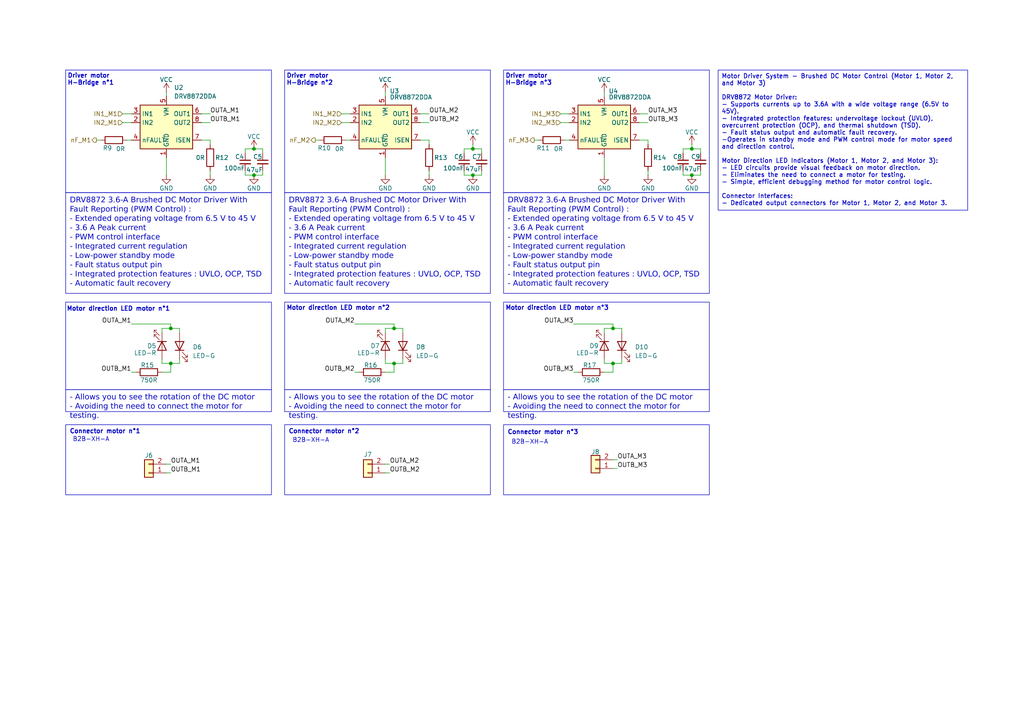
<source format=kicad_sch>
(kicad_sch (version 20231120) (generator "eeschema") (generator_version "8.0")
  (paper "A4")
  (title_block (title "BR-MOTOR : MOTOR Sheet") (date "2025-02-23") (rev "V°1") (company "MASTODONTE") (comment 1 "Paul Miailhe"))
  (lib_symbols
    (symbol "Connector_Generic:Conn_01x02" (pin_names (offset 1.016) hide)
      (property "Reference" "J" (at 0 2.54 0))
      (property "Value" "Conn_01x02" (at 0 -5.08 0))
      (symbol "Conn_01x02_1_1"
        (rectangle (start -1.27 -2.413) (end 0 -2.667) (stroke (width 0.1524)))
        (rectangle (start -1.27 0.127) (end 0 -0.127) (stroke (width 0.1524)))
        (rectangle (start -1.27 1.27) (end 1.27 -3.81) (stroke (width 0.254)) (fill (type background)))
        (pin passive line (at -5.08 0 0) (length 3.81) (name "Pin_1") (number "1"))
        (pin passive line (at -5.08 -2.54 0) (length 3.81) (name "Pin_2") (number "2"))
      )
    )
    (symbol "Device:C_Small" (pin_numbers hide) (pin_names (offset 0.254) hide)
      (property "Reference" "C" (at 0.254 1.778 0))
      (property "Value" "C_Small" (at 0.254 -2.032 0))
      (symbol "C_Small_0_1"
        (polyline (pts (xy -1.524 -0.508) (xy 1.524 -0.508)) (stroke (width 0.3302)))
        (polyline (pts (xy -1.524 0.508) (xy 1.524 0.508)) (stroke (width 0.3048)))
      )
      (symbol "C_Small_1_1"
        (pin passive line (at 0 2.54 270) (length 2.032) (name "~") (number "1"))
        (pin passive line (at 0 -2.54 90) (length 2.032) (name "~") (number "2"))
      )
    )
    (symbol "Device:LED" (pin_numbers hide) (pin_names (offset 1.016) hide)
      (property "Reference" "D" (at 0 2.54 0))
      (property "Value" "LED" (at 0 -2.54 0))
      (symbol "LED_0_1"
        (polyline (pts (xy -1.27 -1.27) (xy -1.27 1.27)) (stroke (width 0.254)))
        (polyline (pts (xy -1.27 0) (xy 1.27 0)))
        (polyline (pts (xy 1.27 -1.27) (xy 1.27 1.27) (xy -1.27 0) (xy 1.27 -1.27)) (stroke (width 0.254)))
        (polyline (pts (xy -3.048 -0.762) (xy -4.572 -2.286) (xy -3.81 -2.286) (xy -4.572 -2.286) (xy -4.572 -1.524)))
        (polyline (pts (xy -1.778 -0.762) (xy -3.302 -2.286) (xy -2.54 -2.286) (xy -3.302 -2.286) (xy -3.302 -1.524)))
      )
      (symbol "LED_1_1"
        (pin passive line (at -3.81 0 0) (length 2.54) (name "K") (number "1"))
        (pin passive line (at 3.81 0 180) (length 2.54) (name "A") (number "2"))
      )
    )
    (symbol "Device:R" (pin_numbers hide) (pin_names (offset 0))
      (property "Reference" "R" (at 2.032 0 90))
      (property "Value" "R" (at 0 0 90))
      (symbol "R_0_1"
        (rectangle (start -1.016 -2.54) (end 1.016 2.54) (stroke (width 0.254)))
      )
      (symbol "R_1_1"
        (pin passive line (at 0 3.81 270) (length 1.27) (name "~") (number "1"))
        (pin passive line (at 0 -3.81 90) (length 1.27) (name "~") (number "2"))
      )
    )
    (symbol "Driver_Motor:DRV8872DDA"
      (property "Reference" "U" (at -6.35 6.35 0))
      (property "Value" "DRV8872DDA" (at 8.89 6.35 0))
      (symbol "DRV8872DDA_0_1"
        (rectangle (start -7.62 5.08) (end 7.62 -7.62) (stroke (width 0.254)) (fill (type background)))
      )
      (symbol "DRV8872DDA_1_1"
        (pin power_in line (at 0 -10.16 90) (length 2.54) (name "GND") (number "1"))
        (pin input line (at -10.16 0 0) (length 2.54) (name "IN2") (number "2"))
        (pin input line (at -10.16 2.54 0) (length 2.54) (name "IN1") (number "3"))
        (pin open_collector line (at -10.16 -5.08 0) (length 2.54) (name "nFAULT") (number "4"))
        (pin power_in line (at 0 7.62 270) (length 2.54) (name "VM") (number "5"))
        (pin output line (at 10.16 2.54 180) (length 2.54) (name "OUT1") (number "6"))
        (pin passive line (at 10.16 -5.08 180) (length 2.54) (name "ISEN") (number "7"))
        (pin output line (at 10.16 0 180) (length 2.54) (name "OUT2") (number "8"))
        (pin passive line (at 0 -10.16 90) (length 2.54) hide (name "GND") (number "9"))
      )
    )
    (symbol "power:GND" (power) (pin_numbers hide) (pin_names (offset 0) hide)
      (property "Value" "GND" (at 0 -3.81 0))
      (symbol "GND_0_1"
        (polyline (pts (xy 0 0) (xy 0 -1.27) (xy 1.27 -1.27) (xy 0 -2.54) (xy -1.27 -1.27) (xy 0 -1.27)))
      )
      (symbol "GND_1_1"
        (pin power_in line (at 0 0 270) (length 0) (name "~") (number "1"))
      )
    )
    (symbol "power:VCC" (power) (pin_numbers hide) (pin_names (offset 0) hide)
      (property "Value" "VCC" (at 0 3.556 0))
      (symbol "VCC_0_1"
        (polyline (pts (xy -0.762 1.27) (xy 0 2.54)))
        (polyline (pts (xy 0 0) (xy 0 2.54)))
        (polyline (pts (xy 0 2.54) (xy 0.762 1.27)))
      )
      (symbol "VCC_1_1"
        (pin power_in line (at 0 0 90) (length 0) (name "~") (number "1"))
      )
    )
  )
  (junction (at 200.66 43.18))
  (junction (at 177.8 105.41))
  (junction (at 137.16 43.18))
  (junction (at 137.16 50.8))
  (junction (at 73.66 43.18))
  (junction (at 177.8 95.25))
  (junction (at 114.3 105.41))
  (junction (at 73.66 50.8))
  (junction (at 200.66 50.8))
  (junction (at 49.53 105.41))
  (junction (at 49.53 95.25))
  (junction (at 114.3 95.25))
  (wire (pts (xy 175.26 96.52) (xy 175.26 95.25)))
  (wire (pts (xy 102.87 107.95) (xy 104.14 107.95)))
  (wire (pts (xy 46.99 96.52) (xy 46.99 95.25)))
  (wire (pts (xy 111.76 26.67) (xy 111.76 27.94)))
  (wire (pts (xy 49.53 95.25) (xy 52.07 95.25)))
  (wire (pts (xy 175.26 95.25) (xy 177.8 95.25)))
  (wire (pts (xy 163.83 40.64) (xy 165.1 40.64)))
  (wire (pts (xy 187.96 50.8) (xy 187.96 49.53)))
  (wire (pts (xy 166.37 107.95) (xy 167.64 107.95)))
  (wire (pts (xy 114.3 93.98) (xy 114.3 95.25)))
  (wire (pts (xy 71.12 43.18) (xy 73.66 43.18)))
  (wire (pts (xy 38.1 93.98) (xy 49.53 93.98)))
  (wire (pts (xy 200.66 43.18) (xy 203.2 43.18)))
  (wire (pts (xy 175.26 26.67) (xy 175.26 27.94)))
  (wire (pts (xy 121.92 35.56) (xy 124.46 35.56)))
  (wire (pts (xy 162.56 33.02) (xy 165.1 33.02)))
  (wire (pts (xy 100.33 40.64) (xy 101.6 40.64)))
  (wire (pts (xy 46.99 104.14) (xy 46.99 105.41)))
  (wire (pts (xy 111.76 137.16) (xy 113.03 137.16)))
  (wire (pts (xy 111.76 105.41) (xy 114.3 105.41)))
  (wire (pts (xy 137.16 41.91) (xy 137.16 43.18)))
  (wire (pts (xy 111.76 134.62) (xy 113.03 134.62)))
  (wire (pts (xy 187.96 41.91) (xy 187.96 40.64)))
  (wire (pts (xy 49.53 105.41) (xy 49.53 107.95)))
  (wire (pts (xy 111.76 50.8) (xy 111.76 45.72)))
  (wire (pts (xy 60.96 40.64) (xy 58.42 40.64)))
  (wire (pts (xy 203.2 43.18) (xy 203.2 44.45)))
  (wire (pts (xy 175.26 104.14) (xy 175.26 105.41)))
  (wire (pts (xy 46.99 107.95) (xy 49.53 107.95)))
  (wire (pts (xy 91.44 40.64) (xy 92.71 40.64)))
  (wire (pts (xy 198.12 49.53) (xy 198.12 50.8)))
  (wire (pts (xy 60.96 41.91) (xy 60.96 40.64)))
  (wire (pts (xy 177.8 95.25) (xy 180.34 95.25)))
  (wire (pts (xy 48.26 26.67) (xy 48.26 27.94)))
  (wire (pts (xy 185.42 33.02) (xy 187.96 33.02)))
  (wire (pts (xy 102.87 93.98) (xy 114.3 93.98)))
  (wire (pts (xy 71.12 49.53) (xy 71.12 50.8)))
  (wire (pts (xy 137.16 43.18) (xy 139.7 43.18)))
  (wire (pts (xy 124.46 41.91) (xy 124.46 40.64)))
  (wire (pts (xy 35.56 33.02) (xy 38.1 33.02)))
  (wire (pts (xy 38.1 107.95) (xy 39.37 107.95)))
  (wire (pts (xy 73.66 50.8) (xy 76.2 50.8)))
  (wire (pts (xy 76.2 49.53) (xy 76.2 50.8)))
  (wire (pts (xy 139.7 49.53) (xy 139.7 50.8)))
  (wire (pts (xy 187.96 40.64) (xy 185.42 40.64)))
  (wire (pts (xy 200.66 41.91) (xy 200.66 43.18)))
  (wire (pts (xy 139.7 43.18) (xy 139.7 44.45)))
  (wire (pts (xy 177.8 135.89) (xy 179.07 135.89)))
  (wire (pts (xy 134.62 44.45) (xy 134.62 43.18)))
  (wire (pts (xy 198.12 44.45) (xy 198.12 43.18)))
  (wire (pts (xy 73.66 43.18) (xy 76.2 43.18)))
  (wire (pts (xy 111.76 95.25) (xy 114.3 95.25)))
  (wire (pts (xy 49.53 105.41) (xy 52.07 105.41)))
  (wire (pts (xy 114.3 105.41) (xy 116.84 105.41)))
  (wire (pts (xy 52.07 95.25) (xy 52.07 96.52)))
  (wire (pts (xy 111.76 107.95) (xy 114.3 107.95)))
  (wire (pts (xy 48.26 134.62) (xy 49.53 134.62)))
  (wire (pts (xy 49.53 93.98) (xy 49.53 95.25)))
  (wire (pts (xy 124.46 40.64) (xy 121.92 40.64)))
  (wire (pts (xy 48.26 50.8) (xy 48.26 45.72)))
  (wire (pts (xy 137.16 50.8) (xy 139.7 50.8)))
  (wire (pts (xy 99.06 35.56) (xy 101.6 35.56)))
  (wire (pts (xy 175.26 107.95) (xy 177.8 107.95)))
  (wire (pts (xy 134.62 50.8) (xy 137.16 50.8)))
  (wire (pts (xy 116.84 104.14) (xy 116.84 105.41)))
  (wire (pts (xy 203.2 49.53) (xy 203.2 50.8)))
  (wire (pts (xy 76.2 43.18) (xy 76.2 44.45)))
  (wire (pts (xy 180.34 104.14) (xy 180.34 105.41)))
  (wire (pts (xy 134.62 49.53) (xy 134.62 50.8)))
  (wire (pts (xy 114.3 105.41) (xy 114.3 107.95)))
  (wire (pts (xy 166.37 93.98) (xy 177.8 93.98)))
  (wire (pts (xy 175.26 105.41) (xy 177.8 105.41)))
  (wire (pts (xy 71.12 50.8) (xy 73.66 50.8)))
  (wire (pts (xy 27.94 40.64) (xy 29.21 40.64)))
  (wire (pts (xy 111.76 96.52) (xy 111.76 95.25)))
  (wire (pts (xy 198.12 43.18) (xy 200.66 43.18)))
  (wire (pts (xy 111.76 104.14) (xy 111.76 105.41)))
  (wire (pts (xy 60.96 50.8) (xy 60.96 49.53)))
  (wire (pts (xy 48.26 137.16) (xy 49.53 137.16)))
  (wire (pts (xy 134.62 43.18) (xy 137.16 43.18)))
  (wire (pts (xy 46.99 105.41) (xy 49.53 105.41)))
  (wire (pts (xy 36.83 40.64) (xy 38.1 40.64)))
  (wire (pts (xy 185.42 35.56) (xy 187.96 35.56)))
  (wire (pts (xy 58.42 33.02) (xy 60.96 33.02)))
  (wire (pts (xy 114.3 95.25) (xy 116.84 95.25)))
  (wire (pts (xy 180.34 95.25) (xy 180.34 96.52)))
  (wire (pts (xy 198.12 50.8) (xy 200.66 50.8)))
  (wire (pts (xy 52.07 104.14) (xy 52.07 105.41)))
  (wire (pts (xy 177.8 133.35) (xy 179.07 133.35)))
  (wire (pts (xy 200.66 50.8) (xy 203.2 50.8)))
  (wire (pts (xy 99.06 33.02) (xy 101.6 33.02)))
  (wire (pts (xy 58.42 35.56) (xy 60.96 35.56)))
  (wire (pts (xy 124.46 50.8) (xy 124.46 49.53)))
  (wire (pts (xy 35.56 35.56) (xy 38.1 35.56)))
  (wire (pts (xy 154.94 40.64) (xy 156.21 40.64)))
  (wire (pts (xy 177.8 105.41) (xy 177.8 107.95)))
  (wire (pts (xy 46.99 95.25) (xy 49.53 95.25)))
  (wire (pts (xy 177.8 105.41) (xy 180.34 105.41)))
  (wire (pts (xy 162.56 35.56) (xy 165.1 35.56)))
  (wire (pts (xy 175.26 50.8) (xy 175.26 45.72)))
  (wire (pts (xy 71.12 44.45) (xy 71.12 43.18)))
  (wire (pts (xy 177.8 93.98) (xy 177.8 95.25)))
  (wire (pts (xy 121.92 33.02) (xy 124.46 33.02)))
  (wire (pts (xy 116.84 95.25) (xy 116.84 96.52)))
  (rectangle (start 82.55 123.19) (end 142.24 143.51))
  (rectangle (start 19.05 123.19) (end 78.74 143.51))
  (rectangle (start 19.05 20.32) (end 78.74 55.88))
  (rectangle (start 146.05 123.19) (end 205.74 143.51))
  (rectangle (start 146.05 20.32) (end 205.74 55.88))
  (rectangle (start 82.55 87.63) (end 142.24 113.03))
  (rectangle (start 146.05 87.63) (end 205.74 113.03))
  (rectangle (start 19.05 87.63) (end 78.74 113.03))
  (rectangle (start 82.55 20.32) (end 142.24 55.88))
  (text_box "Motor Driver System - Brushed DC Motor Control (Motor 1, Motor 2, and Motor 3)\n\nDRV8872 Motor Driver:\n- Supports currents up to 3.6A with a wide voltage range (6.5V to 45V).\n- Integrated protection features: undervoltage lockout (UVLO), overcurrent protection (OCP), and thermal shutdown (TSD).\n- Fault status output and automatic fault recovery.\n-Operates in standby mode and PWM control mode for motor speed and direction control.\n\nMotor Direction LED Indicators (Motor 1, Motor 2, and Motor 3):\n- LED circuits provide visual feedback on motor direction.\n- Eliminates the need to connect a motor for testing.\n- Simple, efficient debugging method for motor control logic.\n\nConnector Interfaces:\n- Dedicated output connectors for Motor 1, Motor 2, and Motor 3." (at 208.28 20.32 0) (size 72.39 40.64) (effects (font (size 1.27 1.27) (thickness 0.2)) (justify left top)))
  (text_box "- Allows you to see the rotation of the DC motor\n- Avoiding the need to connect the motor for testing. " (at 82.55 113.03 0) (size 59.69 6.35) (effects (font (size 1.6 1.6)) (justify left top)))
  (text_box "- Allows you to see the rotation of the DC motor\n- Avoiding the need to connect the motor for testing. " (at 146.05 113.03 0) (size 59.69 6.35) (effects (font (size 1.6 1.6)) (justify left top)))
  (text_box "- Allows you to see the rotation of the DC motor\n- Avoiding the need to connect the motor for testing. " (at 19.05 113.03 0) (size 59.69 6.35) (effects (font (size 1.6 1.6)) (justify left top)))
  (text_box "DRV8872 3.6-A Brushed DC Motor Driver With Fault Reporting (PWM Control) :\n- Extended operating voltage from 6.5 V to 45 V\n- 3.6 A Peak current\n- PWM control interface\n- Integrated current regulation\n- Low-power standby mode\n- Fault status output pin\n- Integrated protection features : UVLO, OCP, TSD\n- Automatic fault recovery" (at 82.55 55.88 0) (size 59.69 29.21) (effects (font (size 1.6 1.6)) (justify left top)))
  (text_box "DRV8872 3.6-A Brushed DC Motor Driver With Fault Reporting (PWM Control) :\n- Extended operating voltage from 6.5 V to 45 V\n- 3.6 A Peak current\n- PWM control interface\n- Integrated current regulation\n- Low-power standby mode\n- Fault status output pin\n- Integrated protection features : UVLO, OCP, TSD\n- Automatic fault recovery" (at 19.05 55.88 0) (size 59.69 29.21) (effects (font (size 1.6 1.6)) (justify left top)))
  (text_box "DRV8872 3.6-A Brushed DC Motor Driver With Fault Reporting (PWM Control) :\n- Extended operating voltage from 6.5 V to 45 V\n- 3.6 A Peak current\n- PWM control interface\n- Integrated current regulation\n- Low-power standby mode\n- Fault status output pin\n- Integrated protection features : UVLO, OCP, TSD\n- Automatic fault recovery" (at 146.05 55.88 0) (size 59.69 29.21) (effects (font (size 1.6 1.6)) (justify left top)))
  (text "Driver motor \nH-Bridge n°3\n" (at 146.558 24.892 0) (effects (font (size 1.27 1.27) (thickness 0.254) (bold yes)) (justify left bottom)))
  (text "Connector motor n°2\n" (at 93.98 125.222 0) (effects (font (size 1.27 1.27) (thickness 0.254) (bold yes))))
  (text "Driver motor \nH-Bridge n°1\n\n" (at 19.558 26.924 0) (effects (font (size 1.27 1.27) (thickness 0.254) (bold yes)) (justify left bottom)))
  (text "B2B-XH-A" (at 26.416 127.508 0) (effects (font (size 1.27 1.27))))
  (text "Connector motor n°3\n\n" (at 157.48 126.492 0) (effects (font (size 1.27 1.27) (thickness 0.254) (bold yes))))
  (text "B2B-XH-A" (at 153.67 128.27 0) (effects (font (size 1.27 1.27))))
  (text "Driver motor \nH-Bridge n°2\n" (at 83.058 24.892 0) (effects (font (size 1.27 1.27) (thickness 0.254) (bold yes)) (justify left bottom)))
  (text "B2B-XH-A" (at 90.17 127.762 0) (effects (font (size 1.27 1.27))))
  (text "Motor direction LED motor n°1\n" (at 19.304 90.424 0) (effects (font (size 1.27 1.27) (thickness 0.254) (bold yes)) (justify left bottom)))
  (text "Motor direction LED motor n°2\n" (at 83.058 90.17 0) (effects (font (size 1.27 1.27) (thickness 0.254) (bold yes)) (justify left bottom)))
  (text "Motor direction LED motor n°3\n" (at 146.558 90.17 0) (effects (font (size 1.27 1.27) (thickness 0.254) (bold yes)) (justify left bottom)))
  (text "Connector motor n°1\n" (at 30.48 125.222 0) (effects (font (size 1.27 1.27) (thickness 0.254) (bold yes))))
  (label "OUTB_M2" (at 102.87 107.95 180))
  (label "OUTA_M2" (at 124.46 33.02 0))
  (label "OUTB_M3" (at 179.07 135.89 0))
  (label "OUTB_M1" (at 60.96 35.56 0))
  (label "OUTB_M1" (at 38.1 107.95 180))
  (label "OUTB_M2" (at 124.46 35.56 0))
  (label "OUTA_M3" (at 166.37 93.98 180))
  (label "OUTA_M2" (at 102.87 93.98 180))
  (label "OUTA_M3" (at 187.96 33.02 0))
  (label "OUTA_M3" (at 179.07 133.35 0))
  (label "OUTB_M1" (at 49.53 137.16 0))
  (label "OUTB_M3" (at 166.37 107.95 180))
  (label "OUTB_M3" (at 187.96 35.56 0))
  (label "OUTA_M1" (at 60.96 33.02 0))
  (label "OUTB_M2" (at 113.03 137.16 0))
  (label "OUTA_M1" (at 49.53 134.62 0))
  (label "OUTA_M1" (at 38.1 93.98 180))
  (label "OUTA_M2" (at 113.03 134.62 0))
  (hierarchical_label "nF_M3" (shape output) (at 154.94 40.64 180))
  (hierarchical_label "nF_M2" (shape output) (at 91.44 40.64 180))
  (hierarchical_label "IN2_M3" (shape input) (at 162.56 35.56 180))
  (hierarchical_label "IN1_M3" (shape input) (at 162.56 33.02 180))
  (hierarchical_label "nF_M1" (shape output) (at 27.94 40.64 180))
  (hierarchical_label "IN1_M2" (shape input) (at 99.06 33.02 180))
  (hierarchical_label "IN2_M1" (shape input) (at 35.56 35.56 180))
  (hierarchical_label "IN2_M2" (shape input) (at 99.06 35.56 180))
  (hierarchical_label "IN1_M1" (shape input) (at 35.56 33.02 180))
  (symbol (lib_id "Device:R") (at 60.96 45.72 180) (unit 1)
    (property "Reference" "R12" (at 66.294 45.72 0) (effects (justify left)))
    (property "Value" "0R" (at 59.436 45.72 0) (effects (justify left)))
    (property "Footprint" "Resistor_SMD:R_0603_1608Metric" (effects (hide yes)))
  )
  (symbol (lib_id "power:GND") (at 200.66 50.8 0) (unit 1)
    (property "Reference" "#PWR048" (effects (hide yes)))
    (property "Value" "GND" (at 200.66 54.61 0))
    (property "Description" "Power symbol creates a global label with name \"GND\" , ground" (effects (hide yes)))
  )
  (symbol (lib_id "Driver_Motor:DRV8872DDA") (at 111.76 35.56 0) (unit 1)
    (property "Reference" "U3" (at 113.03 26.416 0) (effects (justify left)))
    (property "Value" "DRV8872DDA" (at 113.03 28.194 0) (effects (justify left)))
    (property "Footprint" "Package_SO:Texas_HTSOP-8-1EP_3.9x4.9mm_P1.27mm_EP2.95x4.9mm_Mask2.4x3.1mm_ThermalVias" (effects (hide yes)))
    (property "Datasheet" "http://www.ti.com/lit/ds/symlink/drv8872.pdf" (effects (hide yes)))
    (property "Description" "Brushed DC Motor Driver, PWM Control, 45V, 3.6A, Current limiting, Fault Reporting, HTSOP-8" (effects (hide yes)))
  )
  (symbol (lib_id "power:VCC") (at 48.26 26.67 0) (unit 1)
    (property "Reference" "#PWR034" (effects (hide yes)))
    (property "Value" "VCC" (at 48.26 23.114 0))
    (property "Description" "Power symbol creates a global label with name \"VCC\"" (effects (hide yes)))
  )
  (symbol (lib_id "Driver_Motor:DRV8872DDA") (at 175.26 35.56 0) (unit 1)
    (property "Reference" "U4" (at 176.53 26.416 0) (effects (justify left)))
    (property "Value" "DRV8872DDA" (at 176.53 28.194 0) (effects (justify left)))
    (property "Footprint" "Package_SO:Texas_HTSOP-8-1EP_3.9x4.9mm_P1.27mm_EP2.95x4.9mm_Mask2.4x3.1mm_ThermalVias" (effects (hide yes)))
    (property "Datasheet" "http://www.ti.com/lit/ds/symlink/drv8872.pdf" (effects (hide yes)))
    (property "Description" "Brushed DC Motor Driver, PWM Control, 45V, 3.6A, Current limiting, Fault Reporting, HTSOP-8" (effects (hide yes)))
  )
  (symbol (lib_id "Device:C_Small") (at 71.12 46.99 0) (mirror y) (unit 1)
    (property "Reference" "C4" (at 70.866 45.466 0) (effects (justify left)))
    (property "Value" "100nF" (at 71.12 48.768 0) (effects (justify left)))
    (property "Footprint" "Capacitor_SMD:C_0603_1608Metric" (effects (hide yes)))
    (property "Description" "Unpolarized capacitor, small symbol" (effects (hide yes)))
  )
  (symbol (lib_id "Device:LED") (at 111.76 100.33 270) (unit 1)
    (property "Reference" "D7" (at 107.442 100.33 90) (effects (justify left)))
    (property "Value" "LED-R" (at 103.632 102.362 90) (effects (justify left)))
    (property "Footprint" "LED_SMD:LED_0603_1608Metric" (effects (hide yes)))
    (property "Description" "Light emitting diode" (effects (hide yes)))
  )
  (symbol (lib_id "Connector_Generic:Conn_01x02") (at 172.72 135.89 180) (unit 1)
    (property "Reference" "J8" (at 172.72 131.064 0))
    (property "Value" "Conn_01x02" (effects (hide yes)))
    (property "Footprint" "Connector_JST:JST_XH_B2B-XH-A_1x02_P2.50mm_Vertical" (effects (hide yes)))
    (property "Description" "Generic connector, single row, 01x02, script generated (kicad-library-utils/schlib/autogen/connector/)" (effects (hide yes)))
  )
  (symbol (lib_id "Device:C_Small") (at 139.7 46.99 0) (unit 1)
    (property "Reference" "C7" (at 136.906 45.466 0) (effects (justify left)))
    (property "Value" "47uF" (at 134.874 49.022 0) (effects (justify left)))
    (property "Footprint" "Capacitor_SMD:C_1206_3216Metric" (effects (hide yes)))
    (property "Description" "Unpolarized capacitor, small symbol" (effects (hide yes)))
  )
  (symbol (lib_id "Connector_Generic:Conn_01x02") (at 106.68 137.16 180) (unit 1)
    (property "Reference" "J7" (at 106.68 131.826 0))
    (property "Value" "Conn_01x02" (effects (hide yes)))
    (property "Footprint" "Connector_JST:JST_XH_B2B-XH-A_1x02_P2.50mm_Vertical" (effects (hide yes)))
    (property "Description" "Generic connector, single row, 01x02, script generated (kicad-library-utils/schlib/autogen/connector/)" (effects (hide yes)))
  )
  (symbol (lib_id "Device:R") (at 171.45 107.95 90) (unit 1)
    (property "Reference" "R17" (at 172.974 105.918 90) (effects (justify left)))
    (property "Value" "750R" (at 173.99 110.236 90) (effects (justify left)))
    (property "Footprint" "Resistor_SMD:R_0603_1608Metric" (effects (hide yes)))
  )
  (symbol (lib_id "power:GND") (at 48.26 50.8 0) (unit 1)
    (property "Reference" "#PWR040" (effects (hide yes)))
    (property "Value" "GND" (at 48.26 54.61 0))
    (property "Description" "Power symbol creates a global label with name \"GND\" , ground" (effects (hide yes)))
  )
  (symbol (lib_id "power:GND") (at 73.66 50.8 0) (unit 1)
    (property "Reference" "#PWR042" (effects (hide yes)))
    (property "Value" "GND" (at 73.66 54.61 0))
    (property "Description" "Power symbol creates a global label with name \"GND\" , ground" (effects (hide yes)))
  )
  (symbol (lib_id "Device:LED") (at 180.34 100.33 90) (unit 1)
    (property "Reference" "D10" (at 184.15 100.6474 90) (effects (justify right)))
    (property "Value" "LED-G" (at 184.15 103.1874 90) (effects (justify right)))
    (property "Footprint" "LED_SMD:LED_0603_1608Metric" (effects (hide yes)))
    (property "Description" "Light emitting diode" (effects (hide yes)))
  )
  (symbol (lib_id "power:GND") (at 124.46 50.8 0) (unit 1)
    (property "Reference" "#PWR044" (effects (hide yes)))
    (property "Value" "GND" (at 124.46 54.61 0))
    (property "Description" "Power symbol creates a global label with name \"GND\" , ground" (effects (hide yes)))
  )
  (symbol (lib_id "Device:R") (at 33.02 40.64 90) (unit 1)
    (property "Reference" "R9" (at 32.512 42.926 90) (effects (justify left)))
    (property "Value" "0R" (at 36.322 43.18 90) (effects (justify left)))
    (property "Footprint" "Resistor_SMD:R_0603_1608Metric" (effects (hide yes)))
  )
  (symbol (lib_id "Device:R") (at 43.18 107.95 90) (unit 1)
    (property "Reference" "R15" (at 44.704 105.918 90) (effects (justify left)))
    (property "Value" "750R" (at 45.72 110.236 90) (effects (justify left)))
    (property "Footprint" "Resistor_SMD:R_0603_1608Metric" (effects (hide yes)))
  )
  (symbol (lib_id "Device:C_Small") (at 76.2 46.99 0) (unit 1)
    (property "Reference" "C5" (at 73.406 45.466 0) (effects (justify left)))
    (property "Value" "47uF" (at 71.374 49.276 0) (effects (justify left)))
    (property "Footprint" "Capacitor_SMD:C_1206_3216Metric" (effects (hide yes)))
    (property "Description" "Unpolarized capacitor, small symbol" (effects (hide yes)))
  )
  (symbol (lib_id "power:VCC") (at 137.16 41.91 0) (unit 1)
    (property "Reference" "#PWR037" (effects (hide yes)))
    (property "Value" "VCC" (at 137.16 38.354 0))
    (property "Description" "Power symbol creates a global label with name \"VCC\"" (effects (hide yes)))
  )
  (symbol (lib_id "Device:R") (at 187.96 45.72 180) (unit 1)
    (property "Reference" "R14" (at 193.294 45.72 0) (effects (justify left)))
    (property "Value" "0R" (effects (hide yes)))
    (property "Footprint" "Resistor_SMD:R_0603_1608Metric" (effects (hide yes)))
  )
  (symbol (lib_id "Device:C_Small") (at 134.62 46.99 0) (mirror y) (unit 1)
    (property "Reference" "C6" (at 134.366 45.466 0) (effects (justify left)))
    (property "Value" "100nF" (at 134.62 48.768 0) (effects (justify left)))
    (property "Footprint" "Capacitor_SMD:C_0603_1608Metric" (effects (hide yes)))
    (property "Description" "Unpolarized capacitor, small symbol" (effects (hide yes)))
  )
  (symbol (lib_id "power:VCC") (at 73.66 43.18 0) (unit 1)
    (property "Reference" "#PWR039" (effects (hide yes)))
    (property "Value" "VCC" (at 73.66 39.624 0))
    (property "Description" "Power symbol creates a global label with name \"VCC\"" (effects (hide yes)))
  )
  (symbol (lib_id "Driver_Motor:DRV8872DDA") (at 48.26 35.56 0) (unit 1)
    (property "Reference" "U2" (at 50.4541 25.4 0) (effects (justify left)))
    (property "Value" "DRV8872DDA" (at 50.4541 27.94 0) (effects (justify left)))
    (property "Footprint" "Package_SO:Texas_HTSOP-8-1EP_3.9x4.9mm_P1.27mm_EP2.95x4.9mm_Mask2.4x3.1mm_ThermalVias" (effects (hide yes)))
    (property "Datasheet" "http://www.ti.com/lit/ds/symlink/drv8872.pdf" (effects (hide yes)))
    (property "Description" "Brushed DC Motor Driver, PWM Control, 45V, 3.6A, Current limiting, Fault Reporting, HTSOP-8" (effects (hide yes)))
  )
  (symbol (lib_id "Device:R") (at 96.52 40.64 90) (unit 1)
    (property "Reference" "R10" (at 96.012 42.926 90) (effects (justify left)))
    (property "Value" "0R" (at 99.822 43.18 90) (effects (justify left)))
    (property "Footprint" "Resistor_SMD:R_0603_1608Metric" (effects (hide yes)))
  )
  (symbol (lib_id "power:GND") (at 137.16 50.8 0) (unit 1)
    (property "Reference" "#PWR045" (effects (hide yes)))
    (property "Value" "GND" (at 137.16 54.61 0))
    (property "Description" "Power symbol creates a global label with name \"GND\" , ground" (effects (hide yes)))
  )
  (symbol (lib_id "Device:C_Small") (at 198.12 46.99 0) (mirror y) (unit 1)
    (property "Reference" "C8" (at 197.866 45.466 0) (effects (justify left)))
    (property "Value" "100nF" (at 198.12 48.768 0) (effects (justify left)))
    (property "Footprint" "Capacitor_SMD:C_0603_1608Metric" (effects (hide yes)))
    (property "Description" "Unpolarized capacitor, small symbol" (effects (hide yes)))
  )
  (symbol (lib_id "Device:LED") (at 46.99 100.33 270) (unit 1)
    (property "Reference" "D5" (at 42.672 100.33 90) (effects (justify left)))
    (property "Value" "LED-R" (at 38.862 102.362 90) (effects (justify left)))
    (property "Footprint" "LED_SMD:LED_0603_1608Metric" (effects (hide yes)))
    (property "Description" "Light emitting diode" (effects (hide yes)))
  )
  (symbol (lib_id "power:GND") (at 111.76 50.8 0) (unit 1)
    (property "Reference" "#PWR043" (effects (hide yes)))
    (property "Value" "GND" (at 111.76 54.61 0))
    (property "Description" "Power symbol creates a global label with name \"GND\" , ground" (effects (hide yes)))
  )
  (symbol (lib_id "power:GND") (at 175.26 50.8 0) (unit 1)
    (property "Reference" "#PWR046" (effects (hide yes)))
    (property "Value" "GND" (at 175.26 54.61 0))
    (property "Description" "Power symbol creates a global label with name \"GND\" , ground" (effects (hide yes)))
  )
  (symbol (lib_id "Device:LED") (at 175.26 100.33 270) (unit 1)
    (property "Reference" "D9" (at 170.942 100.33 90) (effects (justify left)))
    (property "Value" "LED-R" (at 167.132 102.362 90) (effects (justify left)))
    (property "Footprint" "LED_SMD:LED_0603_1608Metric" (effects (hide yes)))
    (property "Description" "Light emitting diode" (effects (hide yes)))
  )
  (symbol (lib_id "Device:R") (at 124.46 45.72 180) (unit 1)
    (property "Reference" "R13" (at 129.794 45.72 0) (effects (justify left)))
    (property "Value" "0R" (effects (hide yes)))
    (property "Footprint" "Resistor_SMD:R_0603_1608Metric" (effects (hide yes)))
  )
  (symbol (lib_id "Connector_Generic:Conn_01x02") (at 43.18 137.16 180) (unit 1)
    (property "Reference" "J6" (at 43.18 132.08 0))
    (property "Value" "Conn_01x02" (effects (hide yes)))
    (property "Footprint" "Connector_JST:JST_XH_B2B-XH-A_1x02_P2.50mm_Vertical" (effects (hide yes)))
    (property "Description" "Generic connector, single row, 01x02, script generated (kicad-library-utils/schlib/autogen/connector/)" (effects (hide yes)))
  )
  (symbol (lib_id "power:VCC") (at 200.66 41.91 0) (unit 1)
    (property "Reference" "#PWR038" (effects (hide yes)))
    (property "Value" "VCC" (at 200.66 38.354 0))
    (property "Description" "Power symbol creates a global label with name \"VCC\"" (effects (hide yes)))
  )
  (symbol (lib_id "power:GND") (at 187.96 50.8 0) (unit 1)
    (property "Reference" "#PWR047" (effects (hide yes)))
    (property "Value" "GND" (at 187.96 54.61 0))
    (property "Description" "Power symbol creates a global label with name \"GND\" , ground" (effects (hide yes)))
  )
  (symbol (lib_id "Device:R") (at 160.02 40.64 90) (unit 1)
    (property "Reference" "R11" (at 159.512 42.926 90) (effects (justify left)))
    (property "Value" "0R" (at 163.322 43.18 90) (effects (justify left)))
    (property "Footprint" "Resistor_SMD:R_0603_1608Metric" (effects (hide yes)))
  )
  (symbol (lib_id "Device:LED") (at 52.07 100.33 90) (unit 1)
    (property "Reference" "D6" (at 55.88 100.6474 90) (effects (justify right)))
    (property "Value" "LED-G" (at 55.88 103.1874 90) (effects (justify right)))
    (property "Footprint" "LED_SMD:LED_0603_1608Metric" (effects (hide yes)))
    (property "Description" "Light emitting diode" (effects (hide yes)))
  )
  (symbol (lib_id "power:GND") (at 60.96 50.8 0) (unit 1)
    (property "Reference" "#PWR041" (effects (hide yes)))
    (property "Value" "GND" (at 60.96 54.61 0))
    (property "Description" "Power symbol creates a global label with name \"GND\" , ground" (effects (hide yes)))
  )
  (symbol (lib_id "power:VCC") (at 175.26 26.67 0) (unit 1)
    (property "Reference" "#PWR036" (effects (hide yes)))
    (property "Value" "VCC" (at 175.26 23.114 0))
    (property "Description" "Power symbol creates a global label with name \"VCC\"" (effects (hide yes)))
  )
  (symbol (lib_id "Device:C_Small") (at 203.2 46.99 0) (unit 1)
    (property "Reference" "C9" (at 200.406 45.466 0) (effects (justify left)))
    (property "Value" "47uF" (at 198.374 49.022 0) (effects (justify left)))
    (property "Footprint" "Capacitor_SMD:C_1206_3216Metric" (effects (hide yes)))
    (property "Description" "Unpolarized capacitor, small symbol" (effects (hide yes)))
  )
  (symbol (lib_id "Device:LED") (at 116.84 100.33 90) (unit 1)
    (property "Reference" "D8" (at 120.65 100.6474 90) (effects (justify right)))
    (property "Value" "LED-G" (at 120.65 103.1874 90) (effects (justify right)))
    (property "Footprint" "LED_SMD:LED_0603_1608Metric" (effects (hide yes)))
    (property "Description" "Light emitting diode" (effects (hide yes)))
  )
  (symbol (lib_id "power:VCC") (at 111.76 26.67 0) (unit 1)
    (property "Reference" "#PWR035" (effects (hide yes)))
    (property "Value" "VCC" (at 111.76 23.114 0))
    (property "Description" "Power symbol creates a global label with name \"VCC\"" (effects (hide yes)))
  )
  (symbol (lib_id "Device:R") (at 107.95 107.95 90) (unit 1)
    (property "Reference" "R16" (at 109.474 105.918 90) (effects (justify left)))
    (property "Value" "750R" (at 110.49 110.236 90) (effects (justify left)))
    (property "Footprint" "Resistor_SMD:R_0603_1608Metric" (effects (hide yes)))
  )
)
</source>
